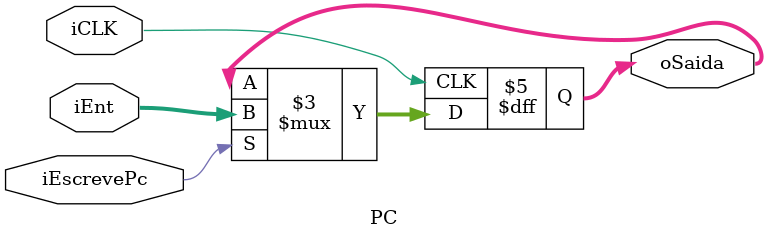
<source format=v>
module PC(
	input iCLK, // tem clock ?
	input iEscrevePc,
	input [31:0] iEnt,
	output [31:0] oSaida
);

initial
begin
	oSaida = 32'h00400000;
end

always @(posedge iCLK)
begin
	if (iEscrevePc)
	begin
		oSaida <= iEnt;
	end
end

endmodule 
</source>
